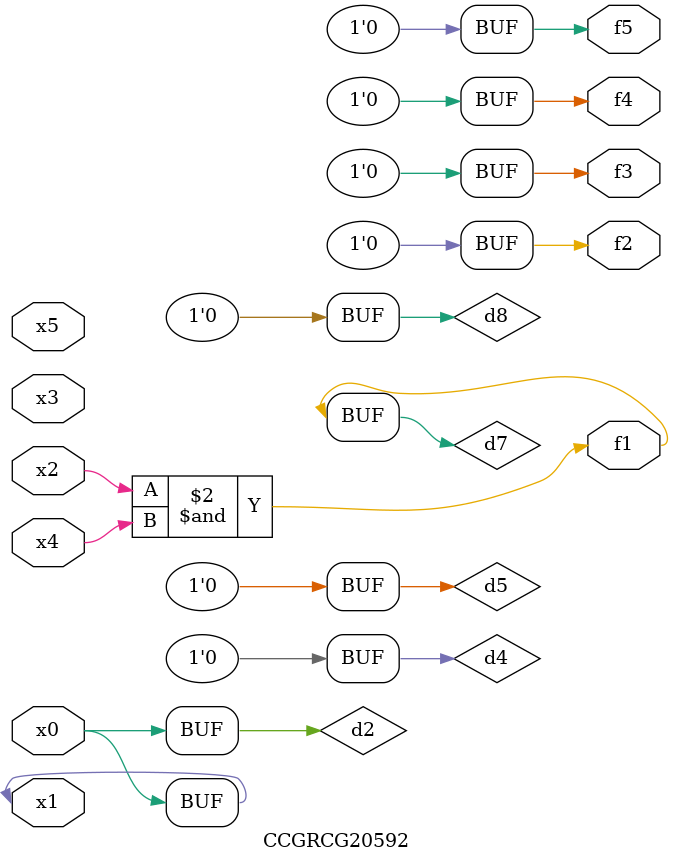
<source format=v>
module CCGRCG20592(
	input x0, x1, x2, x3, x4, x5,
	output f1, f2, f3, f4, f5
);

	wire d1, d2, d3, d4, d5, d6, d7, d8, d9;

	nand (d1, x1);
	buf (d2, x0, x1);
	nand (d3, x2, x4);
	and (d4, d1, d2);
	and (d5, d1, d2);
	nand (d6, d1, d3);
	not (d7, d3);
	xor (d8, d5);
	nor (d9, d5, d6);
	assign f1 = d7;
	assign f2 = d8;
	assign f3 = d8;
	assign f4 = d8;
	assign f5 = d8;
endmodule

</source>
